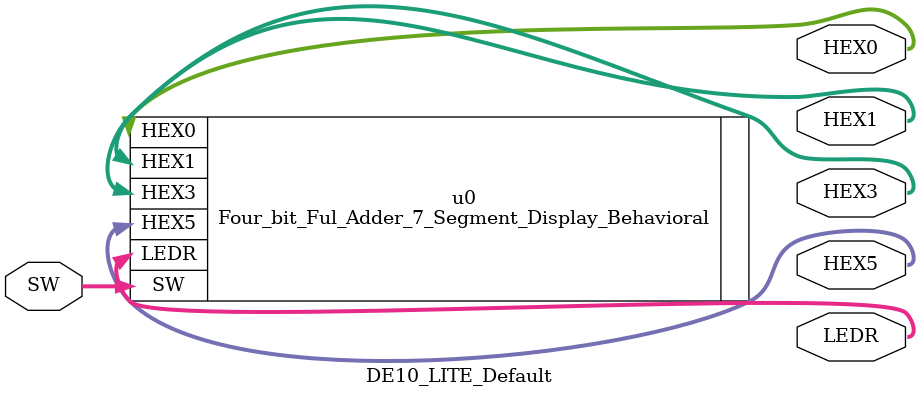
<source format=v>


module DE10_LITE_Default(



	//////////// LED //////////
	output		     [9:0]		LEDR,

	//////////// SW //////////
	input 		     [9:0]		SW,
	
	
	//////////// SEG7 //////////
	output		     [7:0]		HEX0,
	output		     [7:0]		HEX1,
	output		     [7:0]		HEX3,
	output		     [7:0]		HEX5

	
);

Four_bit_Ful_Adder_7_Segment_Display_Behavioral u0 (
						.SW(SW),
						.LEDR(LEDR),
						.HEX0(HEX0),
						.HEX1(HEX1),
						.HEX3(HEX3),
						.HEX5(HEX5));

endmodule

</source>
